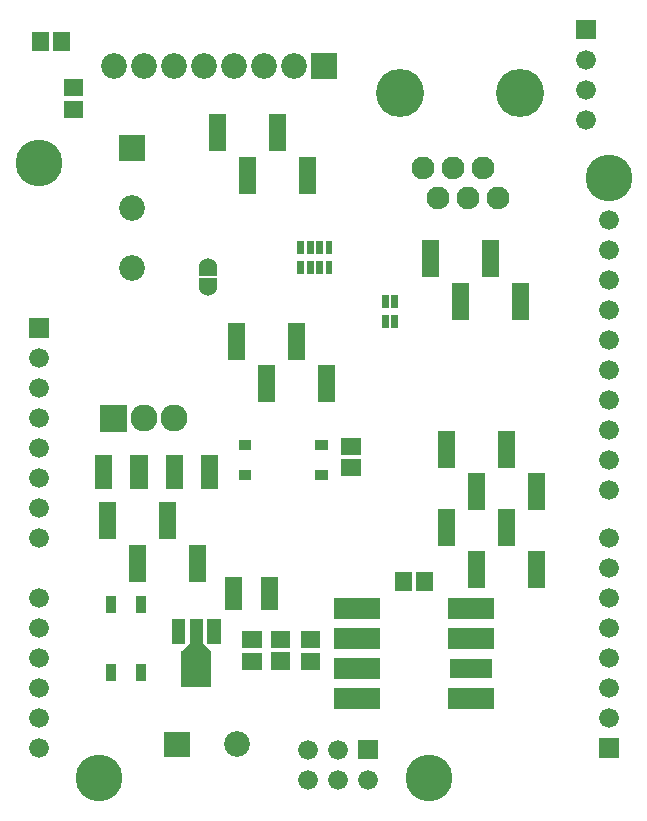
<source format=gbr>
G04 start of page 6 for group -4063 idx -4063 *
G04 Title: (unknown), componentmask *
G04 Creator: pcb 20140316 *
G04 CreationDate: Tue 01 Nov 2016 05:58:47 PM GMT UTC *
G04 For: ndholmes *
G04 Format: Gerber/RS-274X *
G04 PCB-Dimensions (mil): 2110.00 2710.00 *
G04 PCB-Coordinate-Origin: lower left *
%MOIN*%
%FSLAX25Y25*%
%LNTOPMASK*%
%ADD77R,0.1005X0.1005*%
%ADD76R,0.0438X0.0438*%
%ADD75R,0.0620X0.0620*%
%ADD74R,0.0720X0.0720*%
%ADD73R,0.0227X0.0227*%
%ADD72R,0.0330X0.0330*%
%ADD71R,0.0560X0.0560*%
%ADD70R,0.0300X0.0300*%
%ADD69C,0.0600*%
%ADD68R,0.0572X0.0572*%
%ADD67C,0.1600*%
%ADD66C,0.0760*%
%ADD65C,0.0860*%
%ADD64C,0.0900*%
%ADD63C,0.1560*%
%ADD62C,0.0001*%
%ADD61C,0.0660*%
G54D61*X10500Y130500D03*
Y120500D03*
Y110500D03*
Y100500D03*
G54D62*G36*
X7200Y163800D02*Y157200D01*
X13800D01*
Y163800D01*
X7200D01*
G37*
G54D61*X10500Y150500D03*
Y140500D03*
G54D63*Y215500D03*
G54D64*X55400Y130400D03*
X45400D03*
G54D62*G36*
X30900Y134900D02*Y125900D01*
X39900D01*
Y134900D01*
X30900D01*
G37*
G54D65*X41500Y200500D03*
Y180500D03*
G54D61*X200500Y176500D03*
Y186500D03*
Y196500D03*
G54D62*G36*
X101200Y252100D02*Y243500D01*
X109800D01*
Y252100D01*
X101200D01*
G37*
G54D65*X95500Y247800D03*
X85500D03*
X75500D03*
X65500D03*
X55500D03*
X45500D03*
X35500D03*
G54D62*G36*
X37200Y224800D02*Y216200D01*
X45800D01*
Y224800D01*
X37200D01*
G37*
G54D66*X163400Y204000D03*
X158400Y214000D03*
X153400Y204000D03*
X148400Y214000D03*
X143400Y204000D03*
X138400Y214000D03*
G54D67*X170900Y239000D03*
X130900D03*
G54D63*X200500Y210500D03*
G54D62*G36*
X189700Y263300D02*Y256700D01*
X196300D01*
Y263300D01*
X189700D01*
G37*
G54D61*X193000Y250000D03*
Y240000D03*
Y230000D03*
G54D62*G36*
X197200Y23800D02*Y17200D01*
X203800D01*
Y23800D01*
X197200D01*
G37*
G54D61*X200500Y30500D03*
Y40500D03*
Y50500D03*
Y60500D03*
Y70500D03*
G54D63*X140500Y10500D03*
G54D61*X120300Y10000D03*
X110300D03*
X100300D03*
G54D62*G36*
X117000Y23300D02*Y16700D01*
X123600D01*
Y23300D01*
X117000D01*
G37*
G54D61*X110300Y20000D03*
X100300D03*
G54D62*G36*
X52300Y26000D02*Y17400D01*
X60900D01*
Y26000D01*
X52300D01*
G37*
G54D65*X76600Y21700D03*
G54D61*X200500Y80500D03*
Y90500D03*
Y106500D03*
Y116500D03*
Y126500D03*
Y136500D03*
Y146500D03*
Y156500D03*
Y166500D03*
X10500Y90500D03*
Y70500D03*
Y60500D03*
Y50500D03*
Y40500D03*
Y30500D03*
Y20500D03*
G54D63*X30500Y10500D03*
G54D68*X55595Y115255D02*Y109745D01*
X67405Y115255D02*Y109745D01*
X43905Y115255D02*Y109745D01*
X32095Y115255D02*Y109745D01*
G54D69*X67000Y180900D03*
G54D70*X65500Y179400D02*X68500D01*
G54D69*X67000Y174100D03*
G54D70*X65500Y175600D02*X68500D01*
G54D71*X76500Y159413D02*Y152760D01*
G54D68*X21607Y240543D02*X22393D01*
X21607Y233457D02*X22393D01*
G54D71*X70000Y228913D02*Y222260D01*
X80000Y214740D02*Y208087D01*
X90000Y228913D02*Y222260D01*
X100000Y214740D02*Y208087D01*
G54D68*X10957Y256393D02*Y255607D01*
X18043Y256393D02*Y255607D01*
G54D72*X104300Y111500D02*X105200D01*
X78800D02*X79700D01*
X104300Y121500D02*X105200D01*
X78800D02*X79700D01*
G54D68*X114107Y121043D02*X114893D01*
X114107Y113957D02*X114893D01*
G54D71*X86500Y145240D02*Y138587D01*
X96500Y159413D02*Y152760D01*
X106500Y145240D02*Y138587D01*
G54D73*X97776Y181587D02*Y179717D01*
Y188283D02*Y186413D01*
X100925Y181587D02*Y179717D01*
Y188283D02*Y186413D01*
X104075Y181587D02*Y179717D01*
Y188283D02*Y186413D01*
X107224Y181587D02*Y179717D01*
Y188283D02*Y186413D01*
G54D71*X141000Y186913D02*Y180260D01*
X151000Y172740D02*Y166087D01*
X161000Y186913D02*Y180260D01*
G54D73*X129075Y170283D02*Y168413D01*
X125925Y170283D02*Y168413D01*
Y163587D02*Y161717D01*
X129075Y163587D02*Y161717D01*
G54D71*X53514Y99599D02*Y92946D01*
X43514Y85426D02*Y78773D01*
X33514Y99599D02*Y92946D01*
G54D72*X44500Y69450D02*Y67050D01*
X34500Y69450D02*Y67050D01*
G54D71*X63514Y85426D02*Y78773D01*
G54D68*X75500Y74755D02*Y69245D01*
X87310Y74755D02*Y69245D01*
G54D71*X146500Y123413D02*Y116760D01*
X156500Y109240D02*Y102587D01*
X166500Y123413D02*Y116760D01*
X176500Y109240D02*Y102587D01*
X171000Y172740D02*Y166087D01*
X146500Y97413D02*Y90760D01*
X156500Y83240D02*Y76587D01*
G54D74*X150500Y67000D02*X158500D01*
X150500Y57000D02*X158500D01*
G54D75*X150500Y47000D02*X158500D01*
G54D74*X150500Y37000D02*X158500D01*
G54D71*X166500Y97413D02*Y90760D01*
X176500Y83240D02*Y76587D01*
G54D68*X139043Y76393D02*Y75607D01*
X131957Y76393D02*Y75607D01*
G54D74*X112500Y67000D02*X120500D01*
X112500Y57000D02*X120500D01*
X112500Y47000D02*X120500D01*
X112500Y37000D02*X120500D01*
G54D68*X90607Y56586D02*X91393D01*
X90607Y49500D02*X91393D01*
X81107Y56543D02*X81893D01*
X100607D02*X101393D01*
X81107Y49457D02*X81893D01*
X100607D02*X101393D01*
G54D76*X68906Y61405D02*Y57311D01*
X63000Y61405D02*Y49595D01*
G54D77*Y47861D02*Y45971D01*
G54D62*G36*
X64885Y55850D02*X68149Y52586D01*
X66305Y50742D01*
X63041Y54006D01*
X64885Y55850D01*
G37*
G36*
X57851Y52586D02*X61115Y55850D01*
X62959Y54006D01*
X59695Y50742D01*
X57851Y52586D01*
G37*
G54D76*X57094Y61405D02*Y57311D01*
G54D72*X34500Y46950D02*Y44550D01*
X44500Y46950D02*Y44550D01*
M02*

</source>
